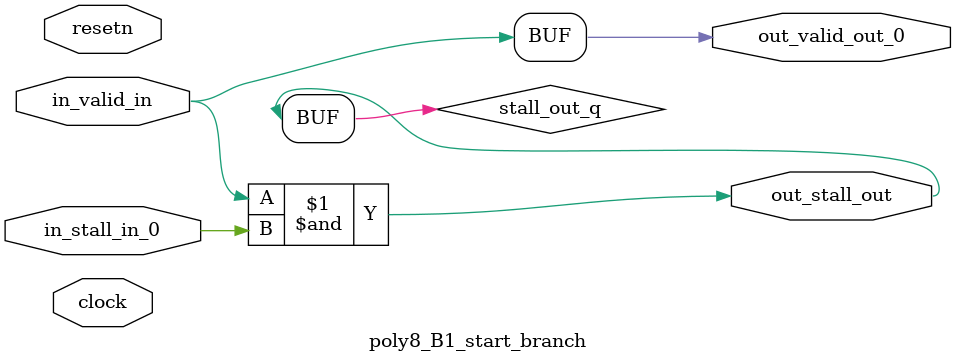
<source format=sv>



(* altera_attribute = "-name AUTO_SHIFT_REGISTER_RECOGNITION OFF; -name MESSAGE_DISABLE 10036; -name MESSAGE_DISABLE 10037; -name MESSAGE_DISABLE 14130; -name MESSAGE_DISABLE 14320; -name MESSAGE_DISABLE 15400; -name MESSAGE_DISABLE 14130; -name MESSAGE_DISABLE 10036; -name MESSAGE_DISABLE 12020; -name MESSAGE_DISABLE 12030; -name MESSAGE_DISABLE 12010; -name MESSAGE_DISABLE 12110; -name MESSAGE_DISABLE 14320; -name MESSAGE_DISABLE 13410; -name MESSAGE_DISABLE 113007; -name MESSAGE_DISABLE 10958" *)
module poly8_B1_start_branch (
    input wire [0:0] in_stall_in_0,
    input wire [0:0] in_valid_in,
    output wire [0:0] out_stall_out,
    output wire [0:0] out_valid_out_0,
    input wire clock,
    input wire resetn
    );

    wire [0:0] stall_out_q;


    // stall_out(LOGICAL,6)
    assign stall_out_q = in_valid_in & in_stall_in_0;

    // out_stall_out(GPOUT,4)
    assign out_stall_out = stall_out_q;

    // out_valid_out_0(GPOUT,5)
    assign out_valid_out_0 = in_valid_in;

endmodule

</source>
